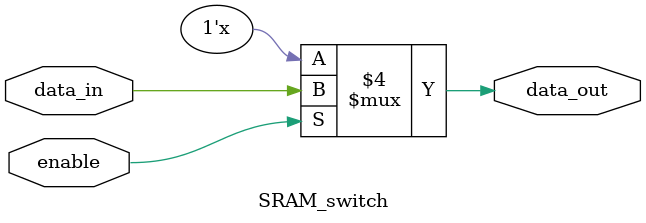
<source format=v>
module SRAM_switch(data_in,enable,data_out);
inout data_in;
input enable;
output reg data_out;


always@(data_in) begin
if (enable==1'b1 )

data_out=data_in;

else
	data_out=1'bz;

end

endmodule
</source>
